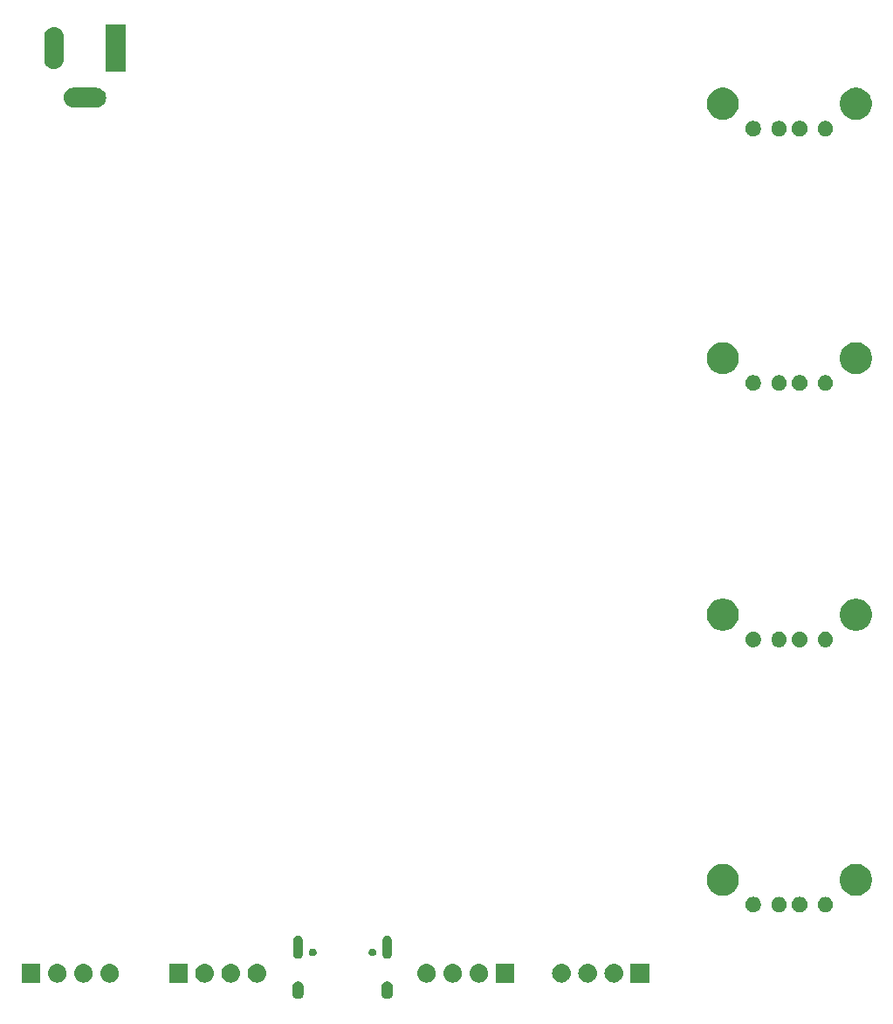
<source format=gbr>
G04 #@! TF.GenerationSoftware,KiCad,Pcbnew,5.0.2-bee76a0~70~ubuntu18.04.1*
G04 #@! TF.CreationDate,2018-12-05T13:48:36+01:00*
G04 #@! TF.ProjectId,usbhub,75736268-7562-42e6-9b69-6361645f7063,rev?*
G04 #@! TF.SameCoordinates,Original*
G04 #@! TF.FileFunction,Soldermask,Bot*
G04 #@! TF.FilePolarity,Negative*
%FSLAX46Y46*%
G04 Gerber Fmt 4.6, Leading zero omitted, Abs format (unit mm)*
G04 Created by KiCad (PCBNEW 5.0.2-bee76a0~70~ubuntu18.04.1) date 2018-12-05T13:48:36 CET*
%MOMM*%
%LPD*%
G01*
G04 APERTURE LIST*
%ADD10C,0.100000*%
G04 APERTURE END LIST*
D10*
G36*
X140051314Y-146365773D02*
X140155178Y-146397279D01*
X140250900Y-146448444D01*
X140334801Y-146517299D01*
X140403656Y-146601200D01*
X140454821Y-146696921D01*
X140486327Y-146800785D01*
X140494300Y-146881733D01*
X140494300Y-147535867D01*
X140486327Y-147616815D01*
X140454821Y-147720679D01*
X140403656Y-147816400D01*
X140334801Y-147900301D01*
X140250900Y-147969156D01*
X140155179Y-148020321D01*
X140051315Y-148051827D01*
X139943300Y-148062466D01*
X139835286Y-148051827D01*
X139731422Y-148020321D01*
X139635701Y-147969156D01*
X139551800Y-147900301D01*
X139482945Y-147816400D01*
X139431780Y-147720679D01*
X139400273Y-147616815D01*
X139392300Y-147535867D01*
X139392300Y-146881734D01*
X139400273Y-146800786D01*
X139431779Y-146696922D01*
X139482944Y-146601200D01*
X139551799Y-146517299D01*
X139635700Y-146448444D01*
X139731421Y-146397279D01*
X139835285Y-146365773D01*
X139943300Y-146355134D01*
X140051314Y-146365773D01*
X140051314Y-146365773D01*
G37*
G36*
X131411314Y-146365773D02*
X131515178Y-146397279D01*
X131610900Y-146448444D01*
X131694801Y-146517299D01*
X131763656Y-146601200D01*
X131814821Y-146696921D01*
X131846327Y-146800785D01*
X131854300Y-146881733D01*
X131854300Y-147535867D01*
X131846327Y-147616815D01*
X131814821Y-147720679D01*
X131763656Y-147816400D01*
X131694801Y-147900301D01*
X131610900Y-147969156D01*
X131515179Y-148020321D01*
X131411315Y-148051827D01*
X131303300Y-148062466D01*
X131195286Y-148051827D01*
X131091422Y-148020321D01*
X130995701Y-147969156D01*
X130911800Y-147900301D01*
X130842945Y-147816400D01*
X130791780Y-147720679D01*
X130760273Y-147616815D01*
X130752300Y-147535867D01*
X130752300Y-146881734D01*
X130760273Y-146800786D01*
X130791779Y-146696922D01*
X130842944Y-146601200D01*
X130911799Y-146517299D01*
X130995700Y-146448444D01*
X131091421Y-146397279D01*
X131195285Y-146365773D01*
X131303300Y-146355134D01*
X131411314Y-146365773D01*
X131411314Y-146365773D01*
G37*
G36*
X146414442Y-144660218D02*
X146480627Y-144666737D01*
X146593853Y-144701084D01*
X146650467Y-144718257D01*
X146789087Y-144792352D01*
X146806991Y-144801922D01*
X146842729Y-144831252D01*
X146944186Y-144914514D01*
X147027448Y-145015971D01*
X147056778Y-145051709D01*
X147056779Y-145051711D01*
X147140443Y-145208233D01*
X147140443Y-145208234D01*
X147191963Y-145378073D01*
X147209359Y-145554700D01*
X147191963Y-145731327D01*
X147157616Y-145844553D01*
X147140443Y-145901167D01*
X147066348Y-146039787D01*
X147056778Y-146057691D01*
X147027448Y-146093429D01*
X146944186Y-146194886D01*
X146842729Y-146278148D01*
X146806991Y-146307478D01*
X146806989Y-146307479D01*
X146650467Y-146391143D01*
X146593853Y-146408316D01*
X146480627Y-146442663D01*
X146421920Y-146448445D01*
X146348260Y-146455700D01*
X146259740Y-146455700D01*
X146186080Y-146448445D01*
X146127373Y-146442663D01*
X146014147Y-146408316D01*
X145957533Y-146391143D01*
X145801011Y-146307479D01*
X145801009Y-146307478D01*
X145765271Y-146278148D01*
X145663814Y-146194886D01*
X145580552Y-146093429D01*
X145551222Y-146057691D01*
X145541652Y-146039787D01*
X145467557Y-145901167D01*
X145450384Y-145844553D01*
X145416037Y-145731327D01*
X145398641Y-145554700D01*
X145416037Y-145378073D01*
X145467557Y-145208234D01*
X145467557Y-145208233D01*
X145551221Y-145051711D01*
X145551222Y-145051709D01*
X145580552Y-145015971D01*
X145663814Y-144914514D01*
X145765271Y-144831252D01*
X145801009Y-144801922D01*
X145818913Y-144792352D01*
X145957533Y-144718257D01*
X146014147Y-144701084D01*
X146127373Y-144666737D01*
X146193558Y-144660218D01*
X146259740Y-144653700D01*
X146348260Y-144653700D01*
X146414442Y-144660218D01*
X146414442Y-144660218D01*
G37*
G36*
X120598500Y-146455700D02*
X118796500Y-146455700D01*
X118796500Y-144653700D01*
X120598500Y-144653700D01*
X120598500Y-146455700D01*
X120598500Y-146455700D01*
G37*
G36*
X122347942Y-144660218D02*
X122414127Y-144666737D01*
X122527353Y-144701084D01*
X122583967Y-144718257D01*
X122722587Y-144792352D01*
X122740491Y-144801922D01*
X122776229Y-144831252D01*
X122877686Y-144914514D01*
X122960948Y-145015971D01*
X122990278Y-145051709D01*
X122990279Y-145051711D01*
X123073943Y-145208233D01*
X123073943Y-145208234D01*
X123125463Y-145378073D01*
X123142859Y-145554700D01*
X123125463Y-145731327D01*
X123091116Y-145844553D01*
X123073943Y-145901167D01*
X122999848Y-146039787D01*
X122990278Y-146057691D01*
X122960948Y-146093429D01*
X122877686Y-146194886D01*
X122776229Y-146278148D01*
X122740491Y-146307478D01*
X122740489Y-146307479D01*
X122583967Y-146391143D01*
X122527353Y-146408316D01*
X122414127Y-146442663D01*
X122355420Y-146448445D01*
X122281760Y-146455700D01*
X122193240Y-146455700D01*
X122119580Y-146448445D01*
X122060873Y-146442663D01*
X121947647Y-146408316D01*
X121891033Y-146391143D01*
X121734511Y-146307479D01*
X121734509Y-146307478D01*
X121698771Y-146278148D01*
X121597314Y-146194886D01*
X121514052Y-146093429D01*
X121484722Y-146057691D01*
X121475152Y-146039787D01*
X121401057Y-145901167D01*
X121383884Y-145844553D01*
X121349537Y-145731327D01*
X121332141Y-145554700D01*
X121349537Y-145378073D01*
X121401057Y-145208234D01*
X121401057Y-145208233D01*
X121484721Y-145051711D01*
X121484722Y-145051709D01*
X121514052Y-145015971D01*
X121597314Y-144914514D01*
X121698771Y-144831252D01*
X121734509Y-144801922D01*
X121752413Y-144792352D01*
X121891033Y-144718257D01*
X121947647Y-144701084D01*
X122060873Y-144666737D01*
X122127058Y-144660218D01*
X122193240Y-144653700D01*
X122281760Y-144653700D01*
X122347942Y-144660218D01*
X122347942Y-144660218D01*
G37*
G36*
X124887942Y-144660218D02*
X124954127Y-144666737D01*
X125067353Y-144701084D01*
X125123967Y-144718257D01*
X125262587Y-144792352D01*
X125280491Y-144801922D01*
X125316229Y-144831252D01*
X125417686Y-144914514D01*
X125500948Y-145015971D01*
X125530278Y-145051709D01*
X125530279Y-145051711D01*
X125613943Y-145208233D01*
X125613943Y-145208234D01*
X125665463Y-145378073D01*
X125682859Y-145554700D01*
X125665463Y-145731327D01*
X125631116Y-145844553D01*
X125613943Y-145901167D01*
X125539848Y-146039787D01*
X125530278Y-146057691D01*
X125500948Y-146093429D01*
X125417686Y-146194886D01*
X125316229Y-146278148D01*
X125280491Y-146307478D01*
X125280489Y-146307479D01*
X125123967Y-146391143D01*
X125067353Y-146408316D01*
X124954127Y-146442663D01*
X124895420Y-146448445D01*
X124821760Y-146455700D01*
X124733240Y-146455700D01*
X124659580Y-146448445D01*
X124600873Y-146442663D01*
X124487647Y-146408316D01*
X124431033Y-146391143D01*
X124274511Y-146307479D01*
X124274509Y-146307478D01*
X124238771Y-146278148D01*
X124137314Y-146194886D01*
X124054052Y-146093429D01*
X124024722Y-146057691D01*
X124015152Y-146039787D01*
X123941057Y-145901167D01*
X123923884Y-145844553D01*
X123889537Y-145731327D01*
X123872141Y-145554700D01*
X123889537Y-145378073D01*
X123941057Y-145208234D01*
X123941057Y-145208233D01*
X124024721Y-145051711D01*
X124024722Y-145051709D01*
X124054052Y-145015971D01*
X124137314Y-144914514D01*
X124238771Y-144831252D01*
X124274509Y-144801922D01*
X124292413Y-144792352D01*
X124431033Y-144718257D01*
X124487647Y-144701084D01*
X124600873Y-144666737D01*
X124667058Y-144660218D01*
X124733240Y-144653700D01*
X124821760Y-144653700D01*
X124887942Y-144660218D01*
X124887942Y-144660218D01*
G37*
G36*
X127427942Y-144660218D02*
X127494127Y-144666737D01*
X127607353Y-144701084D01*
X127663967Y-144718257D01*
X127802587Y-144792352D01*
X127820491Y-144801922D01*
X127856229Y-144831252D01*
X127957686Y-144914514D01*
X128040948Y-145015971D01*
X128070278Y-145051709D01*
X128070279Y-145051711D01*
X128153943Y-145208233D01*
X128153943Y-145208234D01*
X128205463Y-145378073D01*
X128222859Y-145554700D01*
X128205463Y-145731327D01*
X128171116Y-145844553D01*
X128153943Y-145901167D01*
X128079848Y-146039787D01*
X128070278Y-146057691D01*
X128040948Y-146093429D01*
X127957686Y-146194886D01*
X127856229Y-146278148D01*
X127820491Y-146307478D01*
X127820489Y-146307479D01*
X127663967Y-146391143D01*
X127607353Y-146408316D01*
X127494127Y-146442663D01*
X127435420Y-146448445D01*
X127361760Y-146455700D01*
X127273240Y-146455700D01*
X127199580Y-146448445D01*
X127140873Y-146442663D01*
X127027647Y-146408316D01*
X126971033Y-146391143D01*
X126814511Y-146307479D01*
X126814509Y-146307478D01*
X126778771Y-146278148D01*
X126677314Y-146194886D01*
X126594052Y-146093429D01*
X126564722Y-146057691D01*
X126555152Y-146039787D01*
X126481057Y-145901167D01*
X126463884Y-145844553D01*
X126429537Y-145731327D01*
X126412141Y-145554700D01*
X126429537Y-145378073D01*
X126481057Y-145208234D01*
X126481057Y-145208233D01*
X126564721Y-145051711D01*
X126564722Y-145051709D01*
X126594052Y-145015971D01*
X126677314Y-144914514D01*
X126778771Y-144831252D01*
X126814509Y-144801922D01*
X126832413Y-144792352D01*
X126971033Y-144718257D01*
X127027647Y-144701084D01*
X127140873Y-144666737D01*
X127207058Y-144660218D01*
X127273240Y-144653700D01*
X127361760Y-144653700D01*
X127427942Y-144660218D01*
X127427942Y-144660218D01*
G37*
G36*
X106311000Y-146455700D02*
X104509000Y-146455700D01*
X104509000Y-144653700D01*
X106311000Y-144653700D01*
X106311000Y-146455700D01*
X106311000Y-146455700D01*
G37*
G36*
X108060442Y-144660218D02*
X108126627Y-144666737D01*
X108239853Y-144701084D01*
X108296467Y-144718257D01*
X108435087Y-144792352D01*
X108452991Y-144801922D01*
X108488729Y-144831252D01*
X108590186Y-144914514D01*
X108673448Y-145015971D01*
X108702778Y-145051709D01*
X108702779Y-145051711D01*
X108786443Y-145208233D01*
X108786443Y-145208234D01*
X108837963Y-145378073D01*
X108855359Y-145554700D01*
X108837963Y-145731327D01*
X108803616Y-145844553D01*
X108786443Y-145901167D01*
X108712348Y-146039787D01*
X108702778Y-146057691D01*
X108673448Y-146093429D01*
X108590186Y-146194886D01*
X108488729Y-146278148D01*
X108452991Y-146307478D01*
X108452989Y-146307479D01*
X108296467Y-146391143D01*
X108239853Y-146408316D01*
X108126627Y-146442663D01*
X108067920Y-146448445D01*
X107994260Y-146455700D01*
X107905740Y-146455700D01*
X107832080Y-146448445D01*
X107773373Y-146442663D01*
X107660147Y-146408316D01*
X107603533Y-146391143D01*
X107447011Y-146307479D01*
X107447009Y-146307478D01*
X107411271Y-146278148D01*
X107309814Y-146194886D01*
X107226552Y-146093429D01*
X107197222Y-146057691D01*
X107187652Y-146039787D01*
X107113557Y-145901167D01*
X107096384Y-145844553D01*
X107062037Y-145731327D01*
X107044641Y-145554700D01*
X107062037Y-145378073D01*
X107113557Y-145208234D01*
X107113557Y-145208233D01*
X107197221Y-145051711D01*
X107197222Y-145051709D01*
X107226552Y-145015971D01*
X107309814Y-144914514D01*
X107411271Y-144831252D01*
X107447009Y-144801922D01*
X107464913Y-144792352D01*
X107603533Y-144718257D01*
X107660147Y-144701084D01*
X107773373Y-144666737D01*
X107839558Y-144660218D01*
X107905740Y-144653700D01*
X107994260Y-144653700D01*
X108060442Y-144660218D01*
X108060442Y-144660218D01*
G37*
G36*
X110600442Y-144660218D02*
X110666627Y-144666737D01*
X110779853Y-144701084D01*
X110836467Y-144718257D01*
X110975087Y-144792352D01*
X110992991Y-144801922D01*
X111028729Y-144831252D01*
X111130186Y-144914514D01*
X111213448Y-145015971D01*
X111242778Y-145051709D01*
X111242779Y-145051711D01*
X111326443Y-145208233D01*
X111326443Y-145208234D01*
X111377963Y-145378073D01*
X111395359Y-145554700D01*
X111377963Y-145731327D01*
X111343616Y-145844553D01*
X111326443Y-145901167D01*
X111252348Y-146039787D01*
X111242778Y-146057691D01*
X111213448Y-146093429D01*
X111130186Y-146194886D01*
X111028729Y-146278148D01*
X110992991Y-146307478D01*
X110992989Y-146307479D01*
X110836467Y-146391143D01*
X110779853Y-146408316D01*
X110666627Y-146442663D01*
X110607920Y-146448445D01*
X110534260Y-146455700D01*
X110445740Y-146455700D01*
X110372080Y-146448445D01*
X110313373Y-146442663D01*
X110200147Y-146408316D01*
X110143533Y-146391143D01*
X109987011Y-146307479D01*
X109987009Y-146307478D01*
X109951271Y-146278148D01*
X109849814Y-146194886D01*
X109766552Y-146093429D01*
X109737222Y-146057691D01*
X109727652Y-146039787D01*
X109653557Y-145901167D01*
X109636384Y-145844553D01*
X109602037Y-145731327D01*
X109584641Y-145554700D01*
X109602037Y-145378073D01*
X109653557Y-145208234D01*
X109653557Y-145208233D01*
X109737221Y-145051711D01*
X109737222Y-145051709D01*
X109766552Y-145015971D01*
X109849814Y-144914514D01*
X109951271Y-144831252D01*
X109987009Y-144801922D01*
X110004913Y-144792352D01*
X110143533Y-144718257D01*
X110200147Y-144701084D01*
X110313373Y-144666737D01*
X110379558Y-144660218D01*
X110445740Y-144653700D01*
X110534260Y-144653700D01*
X110600442Y-144660218D01*
X110600442Y-144660218D01*
G37*
G36*
X113140442Y-144660218D02*
X113206627Y-144666737D01*
X113319853Y-144701084D01*
X113376467Y-144718257D01*
X113515087Y-144792352D01*
X113532991Y-144801922D01*
X113568729Y-144831252D01*
X113670186Y-144914514D01*
X113753448Y-145015971D01*
X113782778Y-145051709D01*
X113782779Y-145051711D01*
X113866443Y-145208233D01*
X113866443Y-145208234D01*
X113917963Y-145378073D01*
X113935359Y-145554700D01*
X113917963Y-145731327D01*
X113883616Y-145844553D01*
X113866443Y-145901167D01*
X113792348Y-146039787D01*
X113782778Y-146057691D01*
X113753448Y-146093429D01*
X113670186Y-146194886D01*
X113568729Y-146278148D01*
X113532991Y-146307478D01*
X113532989Y-146307479D01*
X113376467Y-146391143D01*
X113319853Y-146408316D01*
X113206627Y-146442663D01*
X113147920Y-146448445D01*
X113074260Y-146455700D01*
X112985740Y-146455700D01*
X112912080Y-146448445D01*
X112853373Y-146442663D01*
X112740147Y-146408316D01*
X112683533Y-146391143D01*
X112527011Y-146307479D01*
X112527009Y-146307478D01*
X112491271Y-146278148D01*
X112389814Y-146194886D01*
X112306552Y-146093429D01*
X112277222Y-146057691D01*
X112267652Y-146039787D01*
X112193557Y-145901167D01*
X112176384Y-145844553D01*
X112142037Y-145731327D01*
X112124641Y-145554700D01*
X112142037Y-145378073D01*
X112193557Y-145208234D01*
X112193557Y-145208233D01*
X112277221Y-145051711D01*
X112277222Y-145051709D01*
X112306552Y-145015971D01*
X112389814Y-144914514D01*
X112491271Y-144831252D01*
X112527009Y-144801922D01*
X112544913Y-144792352D01*
X112683533Y-144718257D01*
X112740147Y-144701084D01*
X112853373Y-144666737D01*
X112919558Y-144660218D01*
X112985740Y-144653700D01*
X113074260Y-144653700D01*
X113140442Y-144660218D01*
X113140442Y-144660218D01*
G37*
G36*
X156955442Y-144660218D02*
X157021627Y-144666737D01*
X157134853Y-144701084D01*
X157191467Y-144718257D01*
X157330087Y-144792352D01*
X157347991Y-144801922D01*
X157383729Y-144831252D01*
X157485186Y-144914514D01*
X157568448Y-145015971D01*
X157597778Y-145051709D01*
X157597779Y-145051711D01*
X157681443Y-145208233D01*
X157681443Y-145208234D01*
X157732963Y-145378073D01*
X157750359Y-145554700D01*
X157732963Y-145731327D01*
X157698616Y-145844553D01*
X157681443Y-145901167D01*
X157607348Y-146039787D01*
X157597778Y-146057691D01*
X157568448Y-146093429D01*
X157485186Y-146194886D01*
X157383729Y-146278148D01*
X157347991Y-146307478D01*
X157347989Y-146307479D01*
X157191467Y-146391143D01*
X157134853Y-146408316D01*
X157021627Y-146442663D01*
X156962920Y-146448445D01*
X156889260Y-146455700D01*
X156800740Y-146455700D01*
X156727080Y-146448445D01*
X156668373Y-146442663D01*
X156555147Y-146408316D01*
X156498533Y-146391143D01*
X156342011Y-146307479D01*
X156342009Y-146307478D01*
X156306271Y-146278148D01*
X156204814Y-146194886D01*
X156121552Y-146093429D01*
X156092222Y-146057691D01*
X156082652Y-146039787D01*
X156008557Y-145901167D01*
X155991384Y-145844553D01*
X155957037Y-145731327D01*
X155939641Y-145554700D01*
X155957037Y-145378073D01*
X156008557Y-145208234D01*
X156008557Y-145208233D01*
X156092221Y-145051711D01*
X156092222Y-145051709D01*
X156121552Y-145015971D01*
X156204814Y-144914514D01*
X156306271Y-144831252D01*
X156342009Y-144801922D01*
X156359913Y-144792352D01*
X156498533Y-144718257D01*
X156555147Y-144701084D01*
X156668373Y-144666737D01*
X156734558Y-144660218D01*
X156800740Y-144653700D01*
X156889260Y-144653700D01*
X156955442Y-144660218D01*
X156955442Y-144660218D01*
G37*
G36*
X159495442Y-144660218D02*
X159561627Y-144666737D01*
X159674853Y-144701084D01*
X159731467Y-144718257D01*
X159870087Y-144792352D01*
X159887991Y-144801922D01*
X159923729Y-144831252D01*
X160025186Y-144914514D01*
X160108448Y-145015971D01*
X160137778Y-145051709D01*
X160137779Y-145051711D01*
X160221443Y-145208233D01*
X160221443Y-145208234D01*
X160272963Y-145378073D01*
X160290359Y-145554700D01*
X160272963Y-145731327D01*
X160238616Y-145844553D01*
X160221443Y-145901167D01*
X160147348Y-146039787D01*
X160137778Y-146057691D01*
X160108448Y-146093429D01*
X160025186Y-146194886D01*
X159923729Y-146278148D01*
X159887991Y-146307478D01*
X159887989Y-146307479D01*
X159731467Y-146391143D01*
X159674853Y-146408316D01*
X159561627Y-146442663D01*
X159502920Y-146448445D01*
X159429260Y-146455700D01*
X159340740Y-146455700D01*
X159267080Y-146448445D01*
X159208373Y-146442663D01*
X159095147Y-146408316D01*
X159038533Y-146391143D01*
X158882011Y-146307479D01*
X158882009Y-146307478D01*
X158846271Y-146278148D01*
X158744814Y-146194886D01*
X158661552Y-146093429D01*
X158632222Y-146057691D01*
X158622652Y-146039787D01*
X158548557Y-145901167D01*
X158531384Y-145844553D01*
X158497037Y-145731327D01*
X158479641Y-145554700D01*
X158497037Y-145378073D01*
X158548557Y-145208234D01*
X158548557Y-145208233D01*
X158632221Y-145051711D01*
X158632222Y-145051709D01*
X158661552Y-145015971D01*
X158744814Y-144914514D01*
X158846271Y-144831252D01*
X158882009Y-144801922D01*
X158899913Y-144792352D01*
X159038533Y-144718257D01*
X159095147Y-144701084D01*
X159208373Y-144666737D01*
X159274558Y-144660218D01*
X159340740Y-144653700D01*
X159429260Y-144653700D01*
X159495442Y-144660218D01*
X159495442Y-144660218D01*
G37*
G36*
X165366000Y-146455700D02*
X163564000Y-146455700D01*
X163564000Y-144653700D01*
X165366000Y-144653700D01*
X165366000Y-146455700D01*
X165366000Y-146455700D01*
G37*
G36*
X152285000Y-146455700D02*
X150483000Y-146455700D01*
X150483000Y-144653700D01*
X152285000Y-144653700D01*
X152285000Y-146455700D01*
X152285000Y-146455700D01*
G37*
G36*
X148954442Y-144660218D02*
X149020627Y-144666737D01*
X149133853Y-144701084D01*
X149190467Y-144718257D01*
X149329087Y-144792352D01*
X149346991Y-144801922D01*
X149382729Y-144831252D01*
X149484186Y-144914514D01*
X149567448Y-145015971D01*
X149596778Y-145051709D01*
X149596779Y-145051711D01*
X149680443Y-145208233D01*
X149680443Y-145208234D01*
X149731963Y-145378073D01*
X149749359Y-145554700D01*
X149731963Y-145731327D01*
X149697616Y-145844553D01*
X149680443Y-145901167D01*
X149606348Y-146039787D01*
X149596778Y-146057691D01*
X149567448Y-146093429D01*
X149484186Y-146194886D01*
X149382729Y-146278148D01*
X149346991Y-146307478D01*
X149346989Y-146307479D01*
X149190467Y-146391143D01*
X149133853Y-146408316D01*
X149020627Y-146442663D01*
X148961920Y-146448445D01*
X148888260Y-146455700D01*
X148799740Y-146455700D01*
X148726080Y-146448445D01*
X148667373Y-146442663D01*
X148554147Y-146408316D01*
X148497533Y-146391143D01*
X148341011Y-146307479D01*
X148341009Y-146307478D01*
X148305271Y-146278148D01*
X148203814Y-146194886D01*
X148120552Y-146093429D01*
X148091222Y-146057691D01*
X148081652Y-146039787D01*
X148007557Y-145901167D01*
X147990384Y-145844553D01*
X147956037Y-145731327D01*
X147938641Y-145554700D01*
X147956037Y-145378073D01*
X148007557Y-145208234D01*
X148007557Y-145208233D01*
X148091221Y-145051711D01*
X148091222Y-145051709D01*
X148120552Y-145015971D01*
X148203814Y-144914514D01*
X148305271Y-144831252D01*
X148341009Y-144801922D01*
X148358913Y-144792352D01*
X148497533Y-144718257D01*
X148554147Y-144701084D01*
X148667373Y-144666737D01*
X148733558Y-144660218D01*
X148799740Y-144653700D01*
X148888260Y-144653700D01*
X148954442Y-144660218D01*
X148954442Y-144660218D01*
G37*
G36*
X162035442Y-144660218D02*
X162101627Y-144666737D01*
X162214853Y-144701084D01*
X162271467Y-144718257D01*
X162410087Y-144792352D01*
X162427991Y-144801922D01*
X162463729Y-144831252D01*
X162565186Y-144914514D01*
X162648448Y-145015971D01*
X162677778Y-145051709D01*
X162677779Y-145051711D01*
X162761443Y-145208233D01*
X162761443Y-145208234D01*
X162812963Y-145378073D01*
X162830359Y-145554700D01*
X162812963Y-145731327D01*
X162778616Y-145844553D01*
X162761443Y-145901167D01*
X162687348Y-146039787D01*
X162677778Y-146057691D01*
X162648448Y-146093429D01*
X162565186Y-146194886D01*
X162463729Y-146278148D01*
X162427991Y-146307478D01*
X162427989Y-146307479D01*
X162271467Y-146391143D01*
X162214853Y-146408316D01*
X162101627Y-146442663D01*
X162042920Y-146448445D01*
X161969260Y-146455700D01*
X161880740Y-146455700D01*
X161807080Y-146448445D01*
X161748373Y-146442663D01*
X161635147Y-146408316D01*
X161578533Y-146391143D01*
X161422011Y-146307479D01*
X161422009Y-146307478D01*
X161386271Y-146278148D01*
X161284814Y-146194886D01*
X161201552Y-146093429D01*
X161172222Y-146057691D01*
X161162652Y-146039787D01*
X161088557Y-145901167D01*
X161071384Y-145844553D01*
X161037037Y-145731327D01*
X161019641Y-145554700D01*
X161037037Y-145378073D01*
X161088557Y-145208234D01*
X161088557Y-145208233D01*
X161172221Y-145051711D01*
X161172222Y-145051709D01*
X161201552Y-145015971D01*
X161284814Y-144914514D01*
X161386271Y-144831252D01*
X161422009Y-144801922D01*
X161439913Y-144792352D01*
X161578533Y-144718257D01*
X161635147Y-144701084D01*
X161748373Y-144666737D01*
X161814558Y-144660218D01*
X161880740Y-144653700D01*
X161969260Y-144653700D01*
X162035442Y-144660218D01*
X162035442Y-144660218D01*
G37*
G36*
X143874442Y-144660218D02*
X143940627Y-144666737D01*
X144053853Y-144701084D01*
X144110467Y-144718257D01*
X144249087Y-144792352D01*
X144266991Y-144801922D01*
X144302729Y-144831252D01*
X144404186Y-144914514D01*
X144487448Y-145015971D01*
X144516778Y-145051709D01*
X144516779Y-145051711D01*
X144600443Y-145208233D01*
X144600443Y-145208234D01*
X144651963Y-145378073D01*
X144669359Y-145554700D01*
X144651963Y-145731327D01*
X144617616Y-145844553D01*
X144600443Y-145901167D01*
X144526348Y-146039787D01*
X144516778Y-146057691D01*
X144487448Y-146093429D01*
X144404186Y-146194886D01*
X144302729Y-146278148D01*
X144266991Y-146307478D01*
X144266989Y-146307479D01*
X144110467Y-146391143D01*
X144053853Y-146408316D01*
X143940627Y-146442663D01*
X143881920Y-146448445D01*
X143808260Y-146455700D01*
X143719740Y-146455700D01*
X143646080Y-146448445D01*
X143587373Y-146442663D01*
X143474147Y-146408316D01*
X143417533Y-146391143D01*
X143261011Y-146307479D01*
X143261009Y-146307478D01*
X143225271Y-146278148D01*
X143123814Y-146194886D01*
X143040552Y-146093429D01*
X143011222Y-146057691D01*
X143001652Y-146039787D01*
X142927557Y-145901167D01*
X142910384Y-145844553D01*
X142876037Y-145731327D01*
X142858641Y-145554700D01*
X142876037Y-145378073D01*
X142927557Y-145208234D01*
X142927557Y-145208233D01*
X143011221Y-145051711D01*
X143011222Y-145051709D01*
X143040552Y-145015971D01*
X143123814Y-144914514D01*
X143225271Y-144831252D01*
X143261009Y-144801922D01*
X143278913Y-144792352D01*
X143417533Y-144718257D01*
X143474147Y-144701084D01*
X143587373Y-144666737D01*
X143653558Y-144660218D01*
X143719740Y-144653700D01*
X143808260Y-144653700D01*
X143874442Y-144660218D01*
X143874442Y-144660218D01*
G37*
G36*
X131401512Y-141935049D02*
X131495951Y-141963697D01*
X131582987Y-142010218D01*
X131659275Y-142072825D01*
X131721882Y-142149113D01*
X131768403Y-142236148D01*
X131797051Y-142330587D01*
X131804300Y-142404188D01*
X131804300Y-143653412D01*
X131797051Y-143727013D01*
X131768403Y-143821452D01*
X131721882Y-143908487D01*
X131659275Y-143984775D01*
X131582987Y-144047382D01*
X131495952Y-144093903D01*
X131401513Y-144122551D01*
X131303300Y-144132224D01*
X131205088Y-144122551D01*
X131110649Y-144093903D01*
X131023614Y-144047382D01*
X130947326Y-143984775D01*
X130884719Y-143908487D01*
X130838198Y-143821452D01*
X130809550Y-143727013D01*
X130802301Y-143653412D01*
X130802300Y-142404189D01*
X130809549Y-142330588D01*
X130838197Y-142236149D01*
X130884718Y-142149113D01*
X130947325Y-142072825D01*
X131023613Y-142010218D01*
X131110648Y-141963697D01*
X131205087Y-141935049D01*
X131303300Y-141925376D01*
X131401512Y-141935049D01*
X131401512Y-141935049D01*
G37*
G36*
X140041512Y-141935049D02*
X140135951Y-141963697D01*
X140222987Y-142010218D01*
X140299275Y-142072825D01*
X140361882Y-142149113D01*
X140408403Y-142236148D01*
X140437051Y-142330587D01*
X140444300Y-142404188D01*
X140444300Y-143653412D01*
X140437051Y-143727013D01*
X140408403Y-143821452D01*
X140361882Y-143908487D01*
X140299275Y-143984775D01*
X140222987Y-144047382D01*
X140135952Y-144093903D01*
X140041513Y-144122551D01*
X139943300Y-144132224D01*
X139845088Y-144122551D01*
X139750649Y-144093903D01*
X139663614Y-144047382D01*
X139587326Y-143984775D01*
X139524719Y-143908487D01*
X139478198Y-143821452D01*
X139449550Y-143727013D01*
X139442301Y-143653412D01*
X139442300Y-142404189D01*
X139449549Y-142330588D01*
X139478197Y-142236149D01*
X139524718Y-142149113D01*
X139587325Y-142072825D01*
X139663613Y-142010218D01*
X139750648Y-141963697D01*
X139845087Y-141935049D01*
X139943300Y-141925376D01*
X140041512Y-141935049D01*
X140041512Y-141935049D01*
G37*
G36*
X132842972Y-143167249D02*
X132842974Y-143167250D01*
X132842975Y-143167250D01*
X132911403Y-143195593D01*
X132972709Y-143236557D01*
X132972989Y-143236744D01*
X133025356Y-143289111D01*
X133025358Y-143289114D01*
X133066507Y-143350697D01*
X133094850Y-143419125D01*
X133109300Y-143491767D01*
X133109300Y-143565833D01*
X133094850Y-143638475D01*
X133066507Y-143706903D01*
X133025543Y-143768209D01*
X133025356Y-143768489D01*
X132972989Y-143820856D01*
X132972986Y-143820858D01*
X132911403Y-143862007D01*
X132842975Y-143890350D01*
X132842974Y-143890350D01*
X132842972Y-143890351D01*
X132770334Y-143904800D01*
X132696266Y-143904800D01*
X132623628Y-143890351D01*
X132623626Y-143890350D01*
X132623625Y-143890350D01*
X132555197Y-143862007D01*
X132493614Y-143820858D01*
X132493611Y-143820856D01*
X132441244Y-143768489D01*
X132441057Y-143768209D01*
X132400093Y-143706903D01*
X132371750Y-143638475D01*
X132357300Y-143565833D01*
X132357300Y-143491767D01*
X132371750Y-143419125D01*
X132400093Y-143350697D01*
X132441242Y-143289114D01*
X132441244Y-143289111D01*
X132493611Y-143236744D01*
X132493891Y-143236557D01*
X132555197Y-143195593D01*
X132623625Y-143167250D01*
X132623626Y-143167250D01*
X132623628Y-143167249D01*
X132696266Y-143152800D01*
X132770334Y-143152800D01*
X132842972Y-143167249D01*
X132842972Y-143167249D01*
G37*
G36*
X138622972Y-143167249D02*
X138622974Y-143167250D01*
X138622975Y-143167250D01*
X138691403Y-143195593D01*
X138752709Y-143236557D01*
X138752989Y-143236744D01*
X138805356Y-143289111D01*
X138805358Y-143289114D01*
X138846507Y-143350697D01*
X138874850Y-143419125D01*
X138889300Y-143491767D01*
X138889300Y-143565833D01*
X138874850Y-143638475D01*
X138846507Y-143706903D01*
X138805543Y-143768209D01*
X138805356Y-143768489D01*
X138752989Y-143820856D01*
X138752986Y-143820858D01*
X138691403Y-143862007D01*
X138622975Y-143890350D01*
X138622974Y-143890350D01*
X138622972Y-143890351D01*
X138550334Y-143904800D01*
X138476266Y-143904800D01*
X138403628Y-143890351D01*
X138403626Y-143890350D01*
X138403625Y-143890350D01*
X138335197Y-143862007D01*
X138273614Y-143820858D01*
X138273611Y-143820856D01*
X138221244Y-143768489D01*
X138221057Y-143768209D01*
X138180093Y-143706903D01*
X138151750Y-143638475D01*
X138137300Y-143565833D01*
X138137300Y-143491767D01*
X138151750Y-143419125D01*
X138180093Y-143350697D01*
X138221242Y-143289114D01*
X138221244Y-143289111D01*
X138273611Y-143236744D01*
X138273891Y-143236557D01*
X138335197Y-143195593D01*
X138403625Y-143167250D01*
X138403626Y-143167250D01*
X138403628Y-143167249D01*
X138476266Y-143152800D01*
X138550334Y-143152800D01*
X138622972Y-143167249D01*
X138622972Y-143167249D01*
G37*
G36*
X182582004Y-138160544D02*
X182669059Y-138177860D01*
X182805732Y-138234472D01*
X182805733Y-138234473D01*
X182928738Y-138316662D01*
X183033338Y-138421262D01*
X183033340Y-138421265D01*
X183115528Y-138544268D01*
X183172140Y-138680941D01*
X183201000Y-138826033D01*
X183201000Y-138973967D01*
X183172140Y-139119059D01*
X183115528Y-139255732D01*
X183115527Y-139255733D01*
X183033338Y-139378738D01*
X182928738Y-139483338D01*
X182928735Y-139483340D01*
X182805732Y-139565528D01*
X182669059Y-139622140D01*
X182582004Y-139639456D01*
X182523969Y-139651000D01*
X182376031Y-139651000D01*
X182317996Y-139639456D01*
X182230941Y-139622140D01*
X182094268Y-139565528D01*
X181971265Y-139483340D01*
X181971262Y-139483338D01*
X181866662Y-139378738D01*
X181784473Y-139255733D01*
X181784472Y-139255732D01*
X181727860Y-139119059D01*
X181699000Y-138973967D01*
X181699000Y-138826033D01*
X181727860Y-138680941D01*
X181784472Y-138544268D01*
X181866660Y-138421265D01*
X181866662Y-138421262D01*
X181971262Y-138316662D01*
X182094267Y-138234473D01*
X182094268Y-138234472D01*
X182230941Y-138177860D01*
X182317996Y-138160544D01*
X182376031Y-138149000D01*
X182523969Y-138149000D01*
X182582004Y-138160544D01*
X182582004Y-138160544D01*
G37*
G36*
X178082004Y-138160544D02*
X178169059Y-138177860D01*
X178305732Y-138234472D01*
X178305733Y-138234473D01*
X178428738Y-138316662D01*
X178533338Y-138421262D01*
X178533340Y-138421265D01*
X178615528Y-138544268D01*
X178672140Y-138680941D01*
X178701000Y-138826033D01*
X178701000Y-138973967D01*
X178672140Y-139119059D01*
X178615528Y-139255732D01*
X178615527Y-139255733D01*
X178533338Y-139378738D01*
X178428738Y-139483338D01*
X178428735Y-139483340D01*
X178305732Y-139565528D01*
X178169059Y-139622140D01*
X178082004Y-139639456D01*
X178023969Y-139651000D01*
X177876031Y-139651000D01*
X177817996Y-139639456D01*
X177730941Y-139622140D01*
X177594268Y-139565528D01*
X177471265Y-139483340D01*
X177471262Y-139483338D01*
X177366662Y-139378738D01*
X177284473Y-139255733D01*
X177284472Y-139255732D01*
X177227860Y-139119059D01*
X177199000Y-138973967D01*
X177199000Y-138826033D01*
X177227860Y-138680941D01*
X177284472Y-138544268D01*
X177366660Y-138421265D01*
X177366662Y-138421262D01*
X177471262Y-138316662D01*
X177594267Y-138234473D01*
X177594268Y-138234472D01*
X177730941Y-138177860D01*
X177817996Y-138160544D01*
X177876031Y-138149000D01*
X178023969Y-138149000D01*
X178082004Y-138160544D01*
X178082004Y-138160544D01*
G37*
G36*
X175582004Y-138160544D02*
X175669059Y-138177860D01*
X175805732Y-138234472D01*
X175805733Y-138234473D01*
X175928738Y-138316662D01*
X176033338Y-138421262D01*
X176033340Y-138421265D01*
X176115528Y-138544268D01*
X176172140Y-138680941D01*
X176201000Y-138826033D01*
X176201000Y-138973967D01*
X176172140Y-139119059D01*
X176115528Y-139255732D01*
X176115527Y-139255733D01*
X176033338Y-139378738D01*
X175928738Y-139483338D01*
X175928735Y-139483340D01*
X175805732Y-139565528D01*
X175669059Y-139622140D01*
X175582004Y-139639456D01*
X175523969Y-139651000D01*
X175376031Y-139651000D01*
X175317996Y-139639456D01*
X175230941Y-139622140D01*
X175094268Y-139565528D01*
X174971265Y-139483340D01*
X174971262Y-139483338D01*
X174866662Y-139378738D01*
X174784473Y-139255733D01*
X174784472Y-139255732D01*
X174727860Y-139119059D01*
X174699000Y-138973967D01*
X174699000Y-138826033D01*
X174727860Y-138680941D01*
X174784472Y-138544268D01*
X174866660Y-138421265D01*
X174866662Y-138421262D01*
X174971262Y-138316662D01*
X175094267Y-138234473D01*
X175094268Y-138234472D01*
X175230941Y-138177860D01*
X175317996Y-138160544D01*
X175376031Y-138149000D01*
X175523969Y-138149000D01*
X175582004Y-138160544D01*
X175582004Y-138160544D01*
G37*
G36*
X180082004Y-138160544D02*
X180169059Y-138177860D01*
X180305732Y-138234472D01*
X180305733Y-138234473D01*
X180428738Y-138316662D01*
X180533338Y-138421262D01*
X180533340Y-138421265D01*
X180615528Y-138544268D01*
X180672140Y-138680941D01*
X180701000Y-138826033D01*
X180701000Y-138973967D01*
X180672140Y-139119059D01*
X180615528Y-139255732D01*
X180615527Y-139255733D01*
X180533338Y-139378738D01*
X180428738Y-139483338D01*
X180428735Y-139483340D01*
X180305732Y-139565528D01*
X180169059Y-139622140D01*
X180082004Y-139639456D01*
X180023969Y-139651000D01*
X179876031Y-139651000D01*
X179817996Y-139639456D01*
X179730941Y-139622140D01*
X179594268Y-139565528D01*
X179471265Y-139483340D01*
X179471262Y-139483338D01*
X179366662Y-139378738D01*
X179284473Y-139255733D01*
X179284472Y-139255732D01*
X179227860Y-139119059D01*
X179199000Y-138973967D01*
X179199000Y-138826033D01*
X179227860Y-138680941D01*
X179284472Y-138544268D01*
X179366660Y-138421265D01*
X179366662Y-138421262D01*
X179471262Y-138316662D01*
X179594267Y-138234473D01*
X179594268Y-138234472D01*
X179730941Y-138177860D01*
X179817996Y-138160544D01*
X179876031Y-138149000D01*
X180023969Y-138149000D01*
X180082004Y-138160544D01*
X180082004Y-138160544D01*
G37*
G36*
X172852527Y-134988736D02*
X172952410Y-135008604D01*
X173234674Y-135125521D01*
X173488705Y-135295259D01*
X173704741Y-135511295D01*
X173874479Y-135765326D01*
X173991396Y-136047590D01*
X174051000Y-136347240D01*
X174051000Y-136652760D01*
X173991396Y-136952410D01*
X173874479Y-137234674D01*
X173704741Y-137488705D01*
X173488705Y-137704741D01*
X173234674Y-137874479D01*
X172952410Y-137991396D01*
X172852527Y-138011264D01*
X172652762Y-138051000D01*
X172347238Y-138051000D01*
X172147473Y-138011264D01*
X172047590Y-137991396D01*
X171765326Y-137874479D01*
X171511295Y-137704741D01*
X171295259Y-137488705D01*
X171125521Y-137234674D01*
X171008604Y-136952410D01*
X170949000Y-136652760D01*
X170949000Y-136347240D01*
X171008604Y-136047590D01*
X171125521Y-135765326D01*
X171295259Y-135511295D01*
X171511295Y-135295259D01*
X171765326Y-135125521D01*
X172047590Y-135008604D01*
X172147473Y-134988736D01*
X172347238Y-134949000D01*
X172652762Y-134949000D01*
X172852527Y-134988736D01*
X172852527Y-134988736D01*
G37*
G36*
X185752527Y-134988736D02*
X185852410Y-135008604D01*
X186134674Y-135125521D01*
X186388705Y-135295259D01*
X186604741Y-135511295D01*
X186774479Y-135765326D01*
X186891396Y-136047590D01*
X186951000Y-136347240D01*
X186951000Y-136652760D01*
X186891396Y-136952410D01*
X186774479Y-137234674D01*
X186604741Y-137488705D01*
X186388705Y-137704741D01*
X186134674Y-137874479D01*
X185852410Y-137991396D01*
X185752527Y-138011264D01*
X185552762Y-138051000D01*
X185247238Y-138051000D01*
X185047473Y-138011264D01*
X184947590Y-137991396D01*
X184665326Y-137874479D01*
X184411295Y-137704741D01*
X184195259Y-137488705D01*
X184025521Y-137234674D01*
X183908604Y-136952410D01*
X183849000Y-136652760D01*
X183849000Y-136347240D01*
X183908604Y-136047590D01*
X184025521Y-135765326D01*
X184195259Y-135511295D01*
X184411295Y-135295259D01*
X184665326Y-135125521D01*
X184947590Y-135008604D01*
X185047473Y-134988736D01*
X185247238Y-134949000D01*
X185552762Y-134949000D01*
X185752527Y-134988736D01*
X185752527Y-134988736D01*
G37*
G36*
X182582004Y-112467244D02*
X182669059Y-112484560D01*
X182805732Y-112541172D01*
X182805733Y-112541173D01*
X182928738Y-112623362D01*
X183033338Y-112727962D01*
X183033340Y-112727965D01*
X183115528Y-112850968D01*
X183172140Y-112987641D01*
X183201000Y-113132733D01*
X183201000Y-113280667D01*
X183172140Y-113425759D01*
X183115528Y-113562432D01*
X183115527Y-113562433D01*
X183033338Y-113685438D01*
X182928738Y-113790038D01*
X182928735Y-113790040D01*
X182805732Y-113872228D01*
X182669059Y-113928840D01*
X182582004Y-113946156D01*
X182523969Y-113957700D01*
X182376031Y-113957700D01*
X182317996Y-113946156D01*
X182230941Y-113928840D01*
X182094268Y-113872228D01*
X181971265Y-113790040D01*
X181971262Y-113790038D01*
X181866662Y-113685438D01*
X181784473Y-113562433D01*
X181784472Y-113562432D01*
X181727860Y-113425759D01*
X181699000Y-113280667D01*
X181699000Y-113132733D01*
X181727860Y-112987641D01*
X181784472Y-112850968D01*
X181866660Y-112727965D01*
X181866662Y-112727962D01*
X181971262Y-112623362D01*
X182094267Y-112541173D01*
X182094268Y-112541172D01*
X182230941Y-112484560D01*
X182317996Y-112467244D01*
X182376031Y-112455700D01*
X182523969Y-112455700D01*
X182582004Y-112467244D01*
X182582004Y-112467244D01*
G37*
G36*
X180082004Y-112467244D02*
X180169059Y-112484560D01*
X180305732Y-112541172D01*
X180305733Y-112541173D01*
X180428738Y-112623362D01*
X180533338Y-112727962D01*
X180533340Y-112727965D01*
X180615528Y-112850968D01*
X180672140Y-112987641D01*
X180701000Y-113132733D01*
X180701000Y-113280667D01*
X180672140Y-113425759D01*
X180615528Y-113562432D01*
X180615527Y-113562433D01*
X180533338Y-113685438D01*
X180428738Y-113790038D01*
X180428735Y-113790040D01*
X180305732Y-113872228D01*
X180169059Y-113928840D01*
X180082004Y-113946156D01*
X180023969Y-113957700D01*
X179876031Y-113957700D01*
X179817996Y-113946156D01*
X179730941Y-113928840D01*
X179594268Y-113872228D01*
X179471265Y-113790040D01*
X179471262Y-113790038D01*
X179366662Y-113685438D01*
X179284473Y-113562433D01*
X179284472Y-113562432D01*
X179227860Y-113425759D01*
X179199000Y-113280667D01*
X179199000Y-113132733D01*
X179227860Y-112987641D01*
X179284472Y-112850968D01*
X179366660Y-112727965D01*
X179366662Y-112727962D01*
X179471262Y-112623362D01*
X179594267Y-112541173D01*
X179594268Y-112541172D01*
X179730941Y-112484560D01*
X179817996Y-112467244D01*
X179876031Y-112455700D01*
X180023969Y-112455700D01*
X180082004Y-112467244D01*
X180082004Y-112467244D01*
G37*
G36*
X178082004Y-112467244D02*
X178169059Y-112484560D01*
X178305732Y-112541172D01*
X178305733Y-112541173D01*
X178428738Y-112623362D01*
X178533338Y-112727962D01*
X178533340Y-112727965D01*
X178615528Y-112850968D01*
X178672140Y-112987641D01*
X178701000Y-113132733D01*
X178701000Y-113280667D01*
X178672140Y-113425759D01*
X178615528Y-113562432D01*
X178615527Y-113562433D01*
X178533338Y-113685438D01*
X178428738Y-113790038D01*
X178428735Y-113790040D01*
X178305732Y-113872228D01*
X178169059Y-113928840D01*
X178082004Y-113946156D01*
X178023969Y-113957700D01*
X177876031Y-113957700D01*
X177817996Y-113946156D01*
X177730941Y-113928840D01*
X177594268Y-113872228D01*
X177471265Y-113790040D01*
X177471262Y-113790038D01*
X177366662Y-113685438D01*
X177284473Y-113562433D01*
X177284472Y-113562432D01*
X177227860Y-113425759D01*
X177199000Y-113280667D01*
X177199000Y-113132733D01*
X177227860Y-112987641D01*
X177284472Y-112850968D01*
X177366660Y-112727965D01*
X177366662Y-112727962D01*
X177471262Y-112623362D01*
X177594267Y-112541173D01*
X177594268Y-112541172D01*
X177730941Y-112484560D01*
X177817996Y-112467244D01*
X177876031Y-112455700D01*
X178023969Y-112455700D01*
X178082004Y-112467244D01*
X178082004Y-112467244D01*
G37*
G36*
X175582004Y-112467244D02*
X175669059Y-112484560D01*
X175805732Y-112541172D01*
X175805733Y-112541173D01*
X175928738Y-112623362D01*
X176033338Y-112727962D01*
X176033340Y-112727965D01*
X176115528Y-112850968D01*
X176172140Y-112987641D01*
X176201000Y-113132733D01*
X176201000Y-113280667D01*
X176172140Y-113425759D01*
X176115528Y-113562432D01*
X176115527Y-113562433D01*
X176033338Y-113685438D01*
X175928738Y-113790038D01*
X175928735Y-113790040D01*
X175805732Y-113872228D01*
X175669059Y-113928840D01*
X175582004Y-113946156D01*
X175523969Y-113957700D01*
X175376031Y-113957700D01*
X175317996Y-113946156D01*
X175230941Y-113928840D01*
X175094268Y-113872228D01*
X174971265Y-113790040D01*
X174971262Y-113790038D01*
X174866662Y-113685438D01*
X174784473Y-113562433D01*
X174784472Y-113562432D01*
X174727860Y-113425759D01*
X174699000Y-113280667D01*
X174699000Y-113132733D01*
X174727860Y-112987641D01*
X174784472Y-112850968D01*
X174866660Y-112727965D01*
X174866662Y-112727962D01*
X174971262Y-112623362D01*
X175094267Y-112541173D01*
X175094268Y-112541172D01*
X175230941Y-112484560D01*
X175317996Y-112467244D01*
X175376031Y-112455700D01*
X175523969Y-112455700D01*
X175582004Y-112467244D01*
X175582004Y-112467244D01*
G37*
G36*
X185752527Y-109295436D02*
X185852410Y-109315304D01*
X186134674Y-109432221D01*
X186388705Y-109601959D01*
X186604741Y-109817995D01*
X186774479Y-110072026D01*
X186891396Y-110354290D01*
X186951000Y-110653940D01*
X186951000Y-110959460D01*
X186891396Y-111259110D01*
X186774479Y-111541374D01*
X186604741Y-111795405D01*
X186388705Y-112011441D01*
X186134674Y-112181179D01*
X185852410Y-112298096D01*
X185752527Y-112317964D01*
X185552762Y-112357700D01*
X185247238Y-112357700D01*
X185047473Y-112317964D01*
X184947590Y-112298096D01*
X184665326Y-112181179D01*
X184411295Y-112011441D01*
X184195259Y-111795405D01*
X184025521Y-111541374D01*
X183908604Y-111259110D01*
X183849000Y-110959460D01*
X183849000Y-110653940D01*
X183908604Y-110354290D01*
X184025521Y-110072026D01*
X184195259Y-109817995D01*
X184411295Y-109601959D01*
X184665326Y-109432221D01*
X184947590Y-109315304D01*
X185047473Y-109295436D01*
X185247238Y-109255700D01*
X185552762Y-109255700D01*
X185752527Y-109295436D01*
X185752527Y-109295436D01*
G37*
G36*
X172852527Y-109295436D02*
X172952410Y-109315304D01*
X173234674Y-109432221D01*
X173488705Y-109601959D01*
X173704741Y-109817995D01*
X173874479Y-110072026D01*
X173991396Y-110354290D01*
X174051000Y-110653940D01*
X174051000Y-110959460D01*
X173991396Y-111259110D01*
X173874479Y-111541374D01*
X173704741Y-111795405D01*
X173488705Y-112011441D01*
X173234674Y-112181179D01*
X172952410Y-112298096D01*
X172852527Y-112317964D01*
X172652762Y-112357700D01*
X172347238Y-112357700D01*
X172147473Y-112317964D01*
X172047590Y-112298096D01*
X171765326Y-112181179D01*
X171511295Y-112011441D01*
X171295259Y-111795405D01*
X171125521Y-111541374D01*
X171008604Y-111259110D01*
X170949000Y-110959460D01*
X170949000Y-110653940D01*
X171008604Y-110354290D01*
X171125521Y-110072026D01*
X171295259Y-109817995D01*
X171511295Y-109601959D01*
X171765326Y-109432221D01*
X172047590Y-109315304D01*
X172147473Y-109295436D01*
X172347238Y-109255700D01*
X172652762Y-109255700D01*
X172852527Y-109295436D01*
X172852527Y-109295436D01*
G37*
G36*
X182582004Y-87610544D02*
X182669059Y-87627860D01*
X182805732Y-87684472D01*
X182805733Y-87684473D01*
X182928738Y-87766662D01*
X183033338Y-87871262D01*
X183033340Y-87871265D01*
X183115528Y-87994268D01*
X183172140Y-88130941D01*
X183201000Y-88276033D01*
X183201000Y-88423967D01*
X183172140Y-88569059D01*
X183115528Y-88705732D01*
X183115527Y-88705733D01*
X183033338Y-88828738D01*
X182928738Y-88933338D01*
X182928735Y-88933340D01*
X182805732Y-89015528D01*
X182669059Y-89072140D01*
X182582004Y-89089456D01*
X182523969Y-89101000D01*
X182376031Y-89101000D01*
X182317996Y-89089456D01*
X182230941Y-89072140D01*
X182094268Y-89015528D01*
X181971265Y-88933340D01*
X181971262Y-88933338D01*
X181866662Y-88828738D01*
X181784473Y-88705733D01*
X181784472Y-88705732D01*
X181727860Y-88569059D01*
X181699000Y-88423967D01*
X181699000Y-88276033D01*
X181727860Y-88130941D01*
X181784472Y-87994268D01*
X181866660Y-87871265D01*
X181866662Y-87871262D01*
X181971262Y-87766662D01*
X182094267Y-87684473D01*
X182094268Y-87684472D01*
X182230941Y-87627860D01*
X182317996Y-87610544D01*
X182376031Y-87599000D01*
X182523969Y-87599000D01*
X182582004Y-87610544D01*
X182582004Y-87610544D01*
G37*
G36*
X178082004Y-87610544D02*
X178169059Y-87627860D01*
X178305732Y-87684472D01*
X178305733Y-87684473D01*
X178428738Y-87766662D01*
X178533338Y-87871262D01*
X178533340Y-87871265D01*
X178615528Y-87994268D01*
X178672140Y-88130941D01*
X178701000Y-88276033D01*
X178701000Y-88423967D01*
X178672140Y-88569059D01*
X178615528Y-88705732D01*
X178615527Y-88705733D01*
X178533338Y-88828738D01*
X178428738Y-88933338D01*
X178428735Y-88933340D01*
X178305732Y-89015528D01*
X178169059Y-89072140D01*
X178082004Y-89089456D01*
X178023969Y-89101000D01*
X177876031Y-89101000D01*
X177817996Y-89089456D01*
X177730941Y-89072140D01*
X177594268Y-89015528D01*
X177471265Y-88933340D01*
X177471262Y-88933338D01*
X177366662Y-88828738D01*
X177284473Y-88705733D01*
X177284472Y-88705732D01*
X177227860Y-88569059D01*
X177199000Y-88423967D01*
X177199000Y-88276033D01*
X177227860Y-88130941D01*
X177284472Y-87994268D01*
X177366660Y-87871265D01*
X177366662Y-87871262D01*
X177471262Y-87766662D01*
X177594267Y-87684473D01*
X177594268Y-87684472D01*
X177730941Y-87627860D01*
X177817996Y-87610544D01*
X177876031Y-87599000D01*
X178023969Y-87599000D01*
X178082004Y-87610544D01*
X178082004Y-87610544D01*
G37*
G36*
X180082004Y-87610544D02*
X180169059Y-87627860D01*
X180305732Y-87684472D01*
X180305733Y-87684473D01*
X180428738Y-87766662D01*
X180533338Y-87871262D01*
X180533340Y-87871265D01*
X180615528Y-87994268D01*
X180672140Y-88130941D01*
X180701000Y-88276033D01*
X180701000Y-88423967D01*
X180672140Y-88569059D01*
X180615528Y-88705732D01*
X180615527Y-88705733D01*
X180533338Y-88828738D01*
X180428738Y-88933338D01*
X180428735Y-88933340D01*
X180305732Y-89015528D01*
X180169059Y-89072140D01*
X180082004Y-89089456D01*
X180023969Y-89101000D01*
X179876031Y-89101000D01*
X179817996Y-89089456D01*
X179730941Y-89072140D01*
X179594268Y-89015528D01*
X179471265Y-88933340D01*
X179471262Y-88933338D01*
X179366662Y-88828738D01*
X179284473Y-88705733D01*
X179284472Y-88705732D01*
X179227860Y-88569059D01*
X179199000Y-88423967D01*
X179199000Y-88276033D01*
X179227860Y-88130941D01*
X179284472Y-87994268D01*
X179366660Y-87871265D01*
X179366662Y-87871262D01*
X179471262Y-87766662D01*
X179594267Y-87684473D01*
X179594268Y-87684472D01*
X179730941Y-87627860D01*
X179817996Y-87610544D01*
X179876031Y-87599000D01*
X180023969Y-87599000D01*
X180082004Y-87610544D01*
X180082004Y-87610544D01*
G37*
G36*
X175582004Y-87610544D02*
X175669059Y-87627860D01*
X175805732Y-87684472D01*
X175805733Y-87684473D01*
X175928738Y-87766662D01*
X176033338Y-87871262D01*
X176033340Y-87871265D01*
X176115528Y-87994268D01*
X176172140Y-88130941D01*
X176201000Y-88276033D01*
X176201000Y-88423967D01*
X176172140Y-88569059D01*
X176115528Y-88705732D01*
X176115527Y-88705733D01*
X176033338Y-88828738D01*
X175928738Y-88933338D01*
X175928735Y-88933340D01*
X175805732Y-89015528D01*
X175669059Y-89072140D01*
X175582004Y-89089456D01*
X175523969Y-89101000D01*
X175376031Y-89101000D01*
X175317996Y-89089456D01*
X175230941Y-89072140D01*
X175094268Y-89015528D01*
X174971265Y-88933340D01*
X174971262Y-88933338D01*
X174866662Y-88828738D01*
X174784473Y-88705733D01*
X174784472Y-88705732D01*
X174727860Y-88569059D01*
X174699000Y-88423967D01*
X174699000Y-88276033D01*
X174727860Y-88130941D01*
X174784472Y-87994268D01*
X174866660Y-87871265D01*
X174866662Y-87871262D01*
X174971262Y-87766662D01*
X175094267Y-87684473D01*
X175094268Y-87684472D01*
X175230941Y-87627860D01*
X175317996Y-87610544D01*
X175376031Y-87599000D01*
X175523969Y-87599000D01*
X175582004Y-87610544D01*
X175582004Y-87610544D01*
G37*
G36*
X172852527Y-84438736D02*
X172952410Y-84458604D01*
X173234674Y-84575521D01*
X173488705Y-84745259D01*
X173704741Y-84961295D01*
X173874479Y-85215326D01*
X173991396Y-85497590D01*
X174051000Y-85797240D01*
X174051000Y-86102760D01*
X173991396Y-86402410D01*
X173874479Y-86684674D01*
X173704741Y-86938705D01*
X173488705Y-87154741D01*
X173234674Y-87324479D01*
X172952410Y-87441396D01*
X172852527Y-87461264D01*
X172652762Y-87501000D01*
X172347238Y-87501000D01*
X172147473Y-87461264D01*
X172047590Y-87441396D01*
X171765326Y-87324479D01*
X171511295Y-87154741D01*
X171295259Y-86938705D01*
X171125521Y-86684674D01*
X171008604Y-86402410D01*
X170949000Y-86102760D01*
X170949000Y-85797240D01*
X171008604Y-85497590D01*
X171125521Y-85215326D01*
X171295259Y-84961295D01*
X171511295Y-84745259D01*
X171765326Y-84575521D01*
X172047590Y-84458604D01*
X172147473Y-84438736D01*
X172347238Y-84399000D01*
X172652762Y-84399000D01*
X172852527Y-84438736D01*
X172852527Y-84438736D01*
G37*
G36*
X185752527Y-84438736D02*
X185852410Y-84458604D01*
X186134674Y-84575521D01*
X186388705Y-84745259D01*
X186604741Y-84961295D01*
X186774479Y-85215326D01*
X186891396Y-85497590D01*
X186951000Y-85797240D01*
X186951000Y-86102760D01*
X186891396Y-86402410D01*
X186774479Y-86684674D01*
X186604741Y-86938705D01*
X186388705Y-87154741D01*
X186134674Y-87324479D01*
X185852410Y-87441396D01*
X185752527Y-87461264D01*
X185552762Y-87501000D01*
X185247238Y-87501000D01*
X185047473Y-87461264D01*
X184947590Y-87441396D01*
X184665326Y-87324479D01*
X184411295Y-87154741D01*
X184195259Y-86938705D01*
X184025521Y-86684674D01*
X183908604Y-86402410D01*
X183849000Y-86102760D01*
X183849000Y-85797240D01*
X183908604Y-85497590D01*
X184025521Y-85215326D01*
X184195259Y-84961295D01*
X184411295Y-84745259D01*
X184665326Y-84575521D01*
X184947590Y-84458604D01*
X185047473Y-84438736D01*
X185247238Y-84399000D01*
X185552762Y-84399000D01*
X185752527Y-84438736D01*
X185752527Y-84438736D01*
G37*
G36*
X175582004Y-62960544D02*
X175669059Y-62977860D01*
X175805732Y-63034472D01*
X175805733Y-63034473D01*
X175928738Y-63116662D01*
X176033338Y-63221262D01*
X176033340Y-63221265D01*
X176115528Y-63344268D01*
X176172140Y-63480941D01*
X176201000Y-63626033D01*
X176201000Y-63773967D01*
X176172140Y-63919059D01*
X176115528Y-64055732D01*
X176115527Y-64055733D01*
X176033338Y-64178738D01*
X175928738Y-64283338D01*
X175928735Y-64283340D01*
X175805732Y-64365528D01*
X175669059Y-64422140D01*
X175582004Y-64439456D01*
X175523969Y-64451000D01*
X175376031Y-64451000D01*
X175317996Y-64439456D01*
X175230941Y-64422140D01*
X175094268Y-64365528D01*
X174971265Y-64283340D01*
X174971262Y-64283338D01*
X174866662Y-64178738D01*
X174784473Y-64055733D01*
X174784472Y-64055732D01*
X174727860Y-63919059D01*
X174699000Y-63773967D01*
X174699000Y-63626033D01*
X174727860Y-63480941D01*
X174784472Y-63344268D01*
X174866660Y-63221265D01*
X174866662Y-63221262D01*
X174971262Y-63116662D01*
X175094267Y-63034473D01*
X175094268Y-63034472D01*
X175230941Y-62977860D01*
X175317996Y-62960544D01*
X175376031Y-62949000D01*
X175523969Y-62949000D01*
X175582004Y-62960544D01*
X175582004Y-62960544D01*
G37*
G36*
X182582004Y-62960544D02*
X182669059Y-62977860D01*
X182805732Y-63034472D01*
X182805733Y-63034473D01*
X182928738Y-63116662D01*
X183033338Y-63221262D01*
X183033340Y-63221265D01*
X183115528Y-63344268D01*
X183172140Y-63480941D01*
X183201000Y-63626033D01*
X183201000Y-63773967D01*
X183172140Y-63919059D01*
X183115528Y-64055732D01*
X183115527Y-64055733D01*
X183033338Y-64178738D01*
X182928738Y-64283338D01*
X182928735Y-64283340D01*
X182805732Y-64365528D01*
X182669059Y-64422140D01*
X182582004Y-64439456D01*
X182523969Y-64451000D01*
X182376031Y-64451000D01*
X182317996Y-64439456D01*
X182230941Y-64422140D01*
X182094268Y-64365528D01*
X181971265Y-64283340D01*
X181971262Y-64283338D01*
X181866662Y-64178738D01*
X181784473Y-64055733D01*
X181784472Y-64055732D01*
X181727860Y-63919059D01*
X181699000Y-63773967D01*
X181699000Y-63626033D01*
X181727860Y-63480941D01*
X181784472Y-63344268D01*
X181866660Y-63221265D01*
X181866662Y-63221262D01*
X181971262Y-63116662D01*
X182094267Y-63034473D01*
X182094268Y-63034472D01*
X182230941Y-62977860D01*
X182317996Y-62960544D01*
X182376031Y-62949000D01*
X182523969Y-62949000D01*
X182582004Y-62960544D01*
X182582004Y-62960544D01*
G37*
G36*
X180082004Y-62960544D02*
X180169059Y-62977860D01*
X180305732Y-63034472D01*
X180305733Y-63034473D01*
X180428738Y-63116662D01*
X180533338Y-63221262D01*
X180533340Y-63221265D01*
X180615528Y-63344268D01*
X180672140Y-63480941D01*
X180701000Y-63626033D01*
X180701000Y-63773967D01*
X180672140Y-63919059D01*
X180615528Y-64055732D01*
X180615527Y-64055733D01*
X180533338Y-64178738D01*
X180428738Y-64283338D01*
X180428735Y-64283340D01*
X180305732Y-64365528D01*
X180169059Y-64422140D01*
X180082004Y-64439456D01*
X180023969Y-64451000D01*
X179876031Y-64451000D01*
X179817996Y-64439456D01*
X179730941Y-64422140D01*
X179594268Y-64365528D01*
X179471265Y-64283340D01*
X179471262Y-64283338D01*
X179366662Y-64178738D01*
X179284473Y-64055733D01*
X179284472Y-64055732D01*
X179227860Y-63919059D01*
X179199000Y-63773967D01*
X179199000Y-63626033D01*
X179227860Y-63480941D01*
X179284472Y-63344268D01*
X179366660Y-63221265D01*
X179366662Y-63221262D01*
X179471262Y-63116662D01*
X179594267Y-63034473D01*
X179594268Y-63034472D01*
X179730941Y-62977860D01*
X179817996Y-62960544D01*
X179876031Y-62949000D01*
X180023969Y-62949000D01*
X180082004Y-62960544D01*
X180082004Y-62960544D01*
G37*
G36*
X178082004Y-62960544D02*
X178169059Y-62977860D01*
X178305732Y-63034472D01*
X178305733Y-63034473D01*
X178428738Y-63116662D01*
X178533338Y-63221262D01*
X178533340Y-63221265D01*
X178615528Y-63344268D01*
X178672140Y-63480941D01*
X178701000Y-63626033D01*
X178701000Y-63773967D01*
X178672140Y-63919059D01*
X178615528Y-64055732D01*
X178615527Y-64055733D01*
X178533338Y-64178738D01*
X178428738Y-64283338D01*
X178428735Y-64283340D01*
X178305732Y-64365528D01*
X178169059Y-64422140D01*
X178082004Y-64439456D01*
X178023969Y-64451000D01*
X177876031Y-64451000D01*
X177817996Y-64439456D01*
X177730941Y-64422140D01*
X177594268Y-64365528D01*
X177471265Y-64283340D01*
X177471262Y-64283338D01*
X177366662Y-64178738D01*
X177284473Y-64055733D01*
X177284472Y-64055732D01*
X177227860Y-63919059D01*
X177199000Y-63773967D01*
X177199000Y-63626033D01*
X177227860Y-63480941D01*
X177284472Y-63344268D01*
X177366660Y-63221265D01*
X177366662Y-63221262D01*
X177471262Y-63116662D01*
X177594267Y-63034473D01*
X177594268Y-63034472D01*
X177730941Y-62977860D01*
X177817996Y-62960544D01*
X177876031Y-62949000D01*
X178023969Y-62949000D01*
X178082004Y-62960544D01*
X178082004Y-62960544D01*
G37*
G36*
X185752527Y-59788736D02*
X185852410Y-59808604D01*
X186134674Y-59925521D01*
X186388705Y-60095259D01*
X186604741Y-60311295D01*
X186774479Y-60565326D01*
X186832499Y-60705400D01*
X186891396Y-60847591D01*
X186951000Y-61147238D01*
X186951000Y-61452762D01*
X186913231Y-61642639D01*
X186891396Y-61752410D01*
X186774479Y-62034674D01*
X186604741Y-62288705D01*
X186388705Y-62504741D01*
X186134674Y-62674479D01*
X185852410Y-62791396D01*
X185752527Y-62811264D01*
X185552762Y-62851000D01*
X185247238Y-62851000D01*
X185047473Y-62811264D01*
X184947590Y-62791396D01*
X184665326Y-62674479D01*
X184411295Y-62504741D01*
X184195259Y-62288705D01*
X184025521Y-62034674D01*
X183908604Y-61752410D01*
X183886769Y-61642639D01*
X183849000Y-61452762D01*
X183849000Y-61147238D01*
X183908604Y-60847591D01*
X183967501Y-60705400D01*
X184025521Y-60565326D01*
X184195259Y-60311295D01*
X184411295Y-60095259D01*
X184665326Y-59925521D01*
X184947590Y-59808604D01*
X185047473Y-59788736D01*
X185247238Y-59749000D01*
X185552762Y-59749000D01*
X185752527Y-59788736D01*
X185752527Y-59788736D01*
G37*
G36*
X172852527Y-59788736D02*
X172952410Y-59808604D01*
X173234674Y-59925521D01*
X173488705Y-60095259D01*
X173704741Y-60311295D01*
X173874479Y-60565326D01*
X173932499Y-60705400D01*
X173991396Y-60847591D01*
X174051000Y-61147238D01*
X174051000Y-61452762D01*
X174013231Y-61642639D01*
X173991396Y-61752410D01*
X173874479Y-62034674D01*
X173704741Y-62288705D01*
X173488705Y-62504741D01*
X173234674Y-62674479D01*
X172952410Y-62791396D01*
X172852527Y-62811264D01*
X172652762Y-62851000D01*
X172347238Y-62851000D01*
X172147473Y-62811264D01*
X172047590Y-62791396D01*
X171765326Y-62674479D01*
X171511295Y-62504741D01*
X171295259Y-62288705D01*
X171125521Y-62034674D01*
X171008604Y-61752410D01*
X170986769Y-61642639D01*
X170949000Y-61452762D01*
X170949000Y-61147238D01*
X171008604Y-60847591D01*
X171067501Y-60705400D01*
X171125521Y-60565326D01*
X171295259Y-60311295D01*
X171511295Y-60095259D01*
X171765326Y-59925521D01*
X172047590Y-59808604D01*
X172147473Y-59788736D01*
X172347238Y-59749000D01*
X172652762Y-59749000D01*
X172852527Y-59788736D01*
X172852527Y-59788736D01*
G37*
G36*
X111913325Y-59768160D02*
X111913328Y-59768161D01*
X111913329Y-59768161D01*
X112092593Y-59822540D01*
X112092595Y-59822541D01*
X112257805Y-59910848D01*
X112402612Y-60029688D01*
X112521452Y-60174495D01*
X112609759Y-60339705D01*
X112664140Y-60518975D01*
X112682501Y-60705400D01*
X112664140Y-60891825D01*
X112609759Y-61071095D01*
X112521452Y-61236305D01*
X112402612Y-61381112D01*
X112257805Y-61499952D01*
X112257803Y-61499953D01*
X112092593Y-61588260D01*
X111913329Y-61642639D01*
X111913328Y-61642639D01*
X111913325Y-61642640D01*
X111773618Y-61656400D01*
X109480182Y-61656400D01*
X109340475Y-61642640D01*
X109340472Y-61642639D01*
X109340471Y-61642639D01*
X109161207Y-61588260D01*
X108995997Y-61499953D01*
X108995995Y-61499952D01*
X108851188Y-61381112D01*
X108732348Y-61236305D01*
X108644041Y-61071095D01*
X108589660Y-60891825D01*
X108571299Y-60705400D01*
X108589660Y-60518975D01*
X108644041Y-60339705D01*
X108732348Y-60174495D01*
X108851188Y-60029688D01*
X108995995Y-59910848D01*
X109161205Y-59822541D01*
X109161207Y-59822540D01*
X109340471Y-59768161D01*
X109340472Y-59768161D01*
X109340475Y-59768160D01*
X109480182Y-59754400D01*
X111773618Y-59754400D01*
X111913325Y-59768160D01*
X111913325Y-59768160D01*
G37*
G36*
X114577900Y-58156400D02*
X112675900Y-58156400D01*
X112675900Y-53654400D01*
X114577900Y-53654400D01*
X114577900Y-58156400D01*
X114577900Y-58156400D01*
G37*
G36*
X107813325Y-53868160D02*
X107813328Y-53868161D01*
X107813329Y-53868161D01*
X107992593Y-53922540D01*
X107992595Y-53922541D01*
X108157805Y-54010848D01*
X108302612Y-54129688D01*
X108421452Y-54274495D01*
X108509759Y-54439705D01*
X108564140Y-54618975D01*
X108577900Y-54758682D01*
X108577900Y-57052118D01*
X108564140Y-57191825D01*
X108509759Y-57371095D01*
X108421452Y-57536305D01*
X108302612Y-57681112D01*
X108157804Y-57799954D01*
X107992597Y-57888258D01*
X107992594Y-57888259D01*
X107992592Y-57888260D01*
X107813328Y-57942639D01*
X107813327Y-57942639D01*
X107813324Y-57942640D01*
X107626900Y-57961001D01*
X107440475Y-57942640D01*
X107440472Y-57942639D01*
X107440471Y-57942639D01*
X107261207Y-57888260D01*
X107095997Y-57799953D01*
X107095995Y-57799952D01*
X106951188Y-57681112D01*
X106832346Y-57536304D01*
X106744042Y-57371097D01*
X106689662Y-57191829D01*
X106689661Y-57191828D01*
X106689661Y-57191827D01*
X106689660Y-57191824D01*
X106675900Y-57052117D01*
X106675901Y-54758682D01*
X106689661Y-54618975D01*
X106744042Y-54439705D01*
X106832349Y-54274495D01*
X106951189Y-54129688D01*
X107095996Y-54010848D01*
X107261206Y-53922541D01*
X107261208Y-53922540D01*
X107440472Y-53868161D01*
X107440473Y-53868161D01*
X107440476Y-53868160D01*
X107626900Y-53849799D01*
X107813325Y-53868160D01*
X107813325Y-53868160D01*
G37*
M02*

</source>
